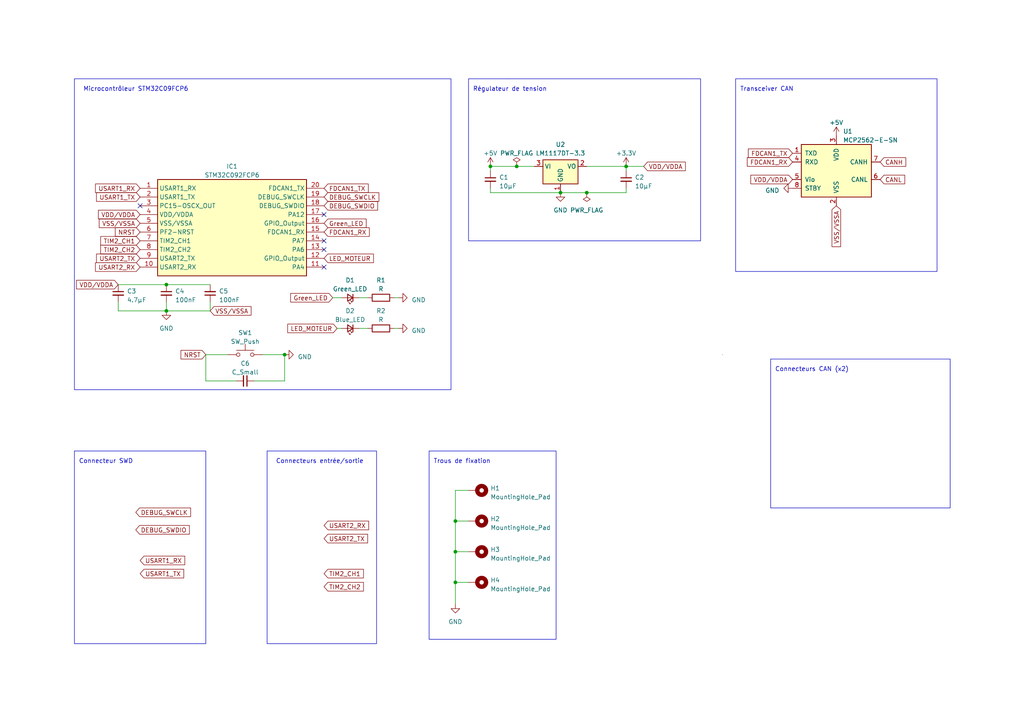
<source format=kicad_sch>
(kicad_sch (version 20230121) (generator eeschema)
  (paper "A4")
  (title_block (title "PROJET_CONCEPTION_ODOMETRE") (date "2026-02-10") (rev "1.0") (company "ENSEA"))
  (lib_symbols
    (symbol "Device:C_Small" (pin_numbers hide) (pin_names (offset 0.254) hide)
      (property "Reference" "C" (at 0.254 1.778 0))
      (property "Value" "C_Small" (at 0.254 -2.032 0))
      (symbol "C_Small_0_1"
        (polyline (pts (xy -1.524 -0.508) (xy 1.524 -0.508)) (stroke (width 0.3302)))
        (polyline (pts (xy -1.524 0.508) (xy 1.524 0.508)) (stroke (width 0.3048)))
      )
      (symbol "C_Small_1_1"
        (pin passive line (at 0 2.54 270) (length 2.032) (name "~") (number "1"))
        (pin passive line (at 0 -2.54 90) (length 2.032) (name "~") (number "2"))
      )
    )
    (symbol "Device:LED_Small" (pin_numbers hide) (pin_names (offset 0.254) hide)
      (property "Reference" "D" (at -1.27 3.175 0))
      (property "Value" "LED_Small" (at -4.445 -2.54 0))
      (symbol "LED_Small_0_1"
        (polyline (pts (xy -0.762 -1.016) (xy -0.762 1.016)) (stroke (width 0.254)))
        (polyline (pts (xy 1.016 0) (xy -0.762 0)))
        (polyline (pts (xy 0.762 -1.016) (xy -0.762 0) (xy 0.762 1.016) (xy 0.762 -1.016)) (stroke (width 0.254)))
        (polyline (pts (xy 0 0.762) (xy -0.508 1.27) (xy -0.254 1.27) (xy -0.508 1.27) (xy -0.508 1.016)))
        (polyline (pts (xy 0.508 1.27) (xy 0 1.778) (xy 0.254 1.778) (xy 0 1.778) (xy 0 1.524)))
      )
      (symbol "LED_Small_1_1"
        (pin passive line (at -2.54 0 0) (length 1.778) (name "K") (number "1"))
        (pin passive line (at 2.54 0 180) (length 1.778) (name "A") (number "2"))
      )
    )
    (symbol "Device:R" (pin_numbers hide) (pin_names (offset 0))
      (property "Reference" "R" (at 2.032 0 90))
      (property "Value" "R" (at 0 0 90))
      (symbol "R_0_1"
        (rectangle (start -1.016 -2.54) (end 1.016 2.54) (stroke (width 0.254)))
      )
      (symbol "R_1_1"
        (pin passive line (at 0 3.81 270) (length 1.27) (name "~") (number "1"))
        (pin passive line (at 0 -3.81 90) (length 1.27) (name "~") (number "2"))
      )
    )
    (symbol "Interface_CAN_LIN:MCP2562-E-SN" (pin_names (offset 1.016))
      (property "Reference" "U" (at -10.16 8.89 0))
      (property "Value" "MCP2562-E-SN" (at 2.54 8.89 0))
      (symbol "MCP2562-E-SN_0_1"
        (rectangle (start -10.16 7.62) (end 10.16 -7.62) (stroke (width 0.254)) (fill (type background)))
      )
      (symbol "MCP2562-E-SN_1_1"
        (pin input line (at -12.7 5.08 0) (length 2.54) (name "TXD") (number "1"))
        (pin power_in line (at 0 -10.16 90) (length 2.54) (name "VSS") (number "2"))
        (pin power_in line (at 0 10.16 270) (length 2.54) (name "VDD") (number "3"))
        (pin output line (at -12.7 2.54 0) (length 2.54) (name "RXD") (number "4"))
        (pin power_in line (at -12.7 -2.54 0) (length 2.54) (name "Vio") (number "5"))
        (pin bidirectional line (at 12.7 -2.54 180) (length 2.54) (name "CANL") (number "6"))
        (pin bidirectional line (at 12.7 2.54 180) (length 2.54) (name "CANH") (number "7"))
        (pin input line (at -12.7 -5.08 0) (length 2.54) (name "STBY") (number "8"))
      )
    )
    (symbol "Mechanical:MountingHole_Pad" (pin_numbers hide) (pin_names (offset 1.016) hide)
      (property "Reference" "H" (at 0 6.35 0))
      (property "Value" "MountingHole_Pad" (at 0 4.445 0))
      (symbol "MountingHole_Pad_0_1"
        (circle (center 0 1.27) (radius 1.27) (stroke (width 1.27)))
      )
      (symbol "MountingHole_Pad_1_1"
        (pin input line (at 0 -2.54 90) (length 2.54) (name "1") (number "1"))
      )
    )
    (symbol "Regulator_Linear:LM1117DT-3.3"
      (property "Reference" "U" (at -3.81 3.175 0))
      (property "Value" "LM1117DT-3.3" (at 0 3.175 0))
      (symbol "LM1117DT-3.3_0_1"
        (rectangle (start -5.08 -5.08) (end 5.08 1.905) (stroke (width 0.254)) (fill (type background)))
      )
      (symbol "LM1117DT-3.3_1_1"
        (pin power_in line (at 0 -7.62 90) (length 2.54) (name "GND") (number "1"))
        (pin power_out line (at 7.62 0 180) (length 2.54) (name "VO") (number "2"))
        (pin power_in line (at -7.62 0 0) (length 2.54) (name "VI") (number "3"))
      )
    )
    (symbol "STM32C092FCP6:STM32C092FCP6"
      (property "Reference" "IC1" (at 26.67 6.35 0))
      (property "Value" "STM32C092FCP6" (at 26.67 3.81 0))
      (symbol "STM32C092FCP6_1_1"
        (rectangle (start 5.08 2.54) (end 48.26 -25.4) (stroke (width 0.254)) (fill (type background)))
        (pin passive line (at 0 0 0) (length 5.08) (name "USART1_RX") (number "1"))
        (pin passive line (at 0 -22.86 0) (length 5.08) (name "USART2_RX") (number "10"))
        (pin passive line (at 53.34 -22.86 180) (length 5.08) (name "PA4") (number "11"))
        (pin passive line (at 53.34 -20.32 180) (length 5.08) (name "GPIO_Output") (number "12"))
        (pin passive line (at 53.34 -17.78 180) (length 5.08) (name "PA6") (number "13"))
        (pin passive line (at 53.34 -15.24 180) (length 5.08) (name "PA7") (number "14"))
        (pin passive line (at 53.34 -12.7 180) (length 5.08) (name "FDCAN1_RX") (number "15"))
        (pin passive line (at 53.34 -10.16 180) (length 5.08) (name "GPIO_Output") (number "16"))
        (pin passive line (at 53.34 -7.62 180) (length 5.08) (name "PA12") (number "17"))
        (pin passive line (at 53.34 -5.08 180) (length 5.08) (name "DEBUG_SWDIO") (number "18"))
        (pin passive line (at 53.34 -2.54 180) (length 5.08) (name "DEBUG_SWCLK") (number "19"))
        (pin passive line (at 0 -2.54 0) (length 5.08) (name "USART1_TX") (number "2"))
        (pin passive line (at 53.34 0 180) (length 5.08) (name "FDCAN1_TX") (number "20"))
        (pin passive line (at 0 -5.08 0) (length 5.08) (name "PC15-OSCX_OUT") (number "3"))
        (pin passive line (at 0 -7.62 0) (length 5.08) (name "VDD/VDDA") (number "4"))
        (pin passive line (at 0 -10.16 0) (length 5.08) (name "VSS/VSSA") (number "5"))
        (pin passive line (at 0 -12.7 0) (length 5.08) (name "PF2-NRST") (number "6"))
        (pin passive line (at 0 -15.24 0) (length 5.08) (name "TIM2_CH1") (number "7"))
        (pin passive line (at 0 -17.78 0) (length 5.08) (name "TIM2_CH2") (number "8"))
        (pin passive line (at 0 -20.32 0) (length 5.08) (name "USART2_TX") (number "9"))
      )
    )
    (symbol "Switch:SW_Push" (pin_numbers hide) (pin_names (offset 1.016) hide)
      (property "Reference" "SW" (at 1.27 2.54 0))
      (property "Value" "SW_Push" (at 0 -1.524 0))
      (symbol "SW_Push_0_1"
        (circle (center -2.032 0) (radius 0.508))
        (polyline (pts (xy 0 1.27) (xy 0 3.048)))
        (polyline (pts (xy 2.54 1.27) (xy -2.54 1.27)))
        (circle (center 2.032 0) (radius 0.508))
        (pin passive line (at -5.08 0 0) (length 2.54) (name "1") (number "1"))
        (pin passive line (at 5.08 0 180) (length 2.54) (name "2") (number "2"))
      )
    )
    (symbol "power:+3.3V" (power) (pin_names (offset 0))
      (property "Value" "+3.3V" (at 0 3.556 0))
      (symbol "+3.3V_0_1"
        (polyline (pts (xy -0.762 1.27) (xy 0 2.54)))
        (polyline (pts (xy 0 0) (xy 0 2.54)))
        (polyline (pts (xy 0 2.54) (xy 0.762 1.27)))
      )
      (symbol "+3.3V_1_1"
        (pin power_in line (at 0 0 90) (length 0) hide (name "+3.3V") (number "1"))
      )
    )
    (symbol "power:+5V" (power) (pin_names (offset 0))
      (property "Value" "+5V" (at 0 3.556 0))
      (symbol "+5V_0_1"
        (polyline (pts (xy -0.762 1.27) (xy 0 2.54)))
        (polyline (pts (xy 0 0) (xy 0 2.54)))
        (polyline (pts (xy 0 2.54) (xy 0.762 1.27)))
      )
      (symbol "+5V_1_1"
        (pin power_in line (at 0 0 90) (length 0) hide (name "+5V") (number "1"))
      )
    )
    (symbol "power:GND" (power) (pin_names (offset 0))
      (property "Value" "GND" (at 0 -3.81 0))
      (symbol "GND_0_1"
        (polyline (pts (xy 0 0) (xy 0 -1.27) (xy 1.27 -1.27) (xy 0 -2.54) (xy -1.27 -1.27) (xy 0 -1.27)))
      )
      (symbol "GND_1_1"
        (pin power_in line (at 0 0 270) (length 0) hide (name "GND") (number "1"))
      )
    )
    (symbol "power:PWR_FLAG" (power) (pin_numbers hide) (pin_names (offset 0) hide)
      (property "Value" "PWR_FLAG" (at 0 3.81 0))
      (symbol "PWR_FLAG_0_0"
        (pin power_out line (at 0 0 90) (length 0) (name "pwr") (number "1"))
      )
      (symbol "PWR_FLAG_0_1"
        (polyline (pts (xy 0 0) (xy 0 1.27) (xy -1.016 1.905) (xy 0 2.54) (xy 1.016 1.905) (xy 0 1.27)))
      )
    )
  )
  (junction (at 48.26 82.55))
  (junction (at 132.08 151.13))
  (junction (at 132.08 168.91))
  (junction (at 181.61 48.26))
  (junction (at 170.18 55.88))
  (junction (at 162.56 55.88))
  (junction (at 48.26 90.17))
  (junction (at 142.24 48.26))
  (junction (at 82.55 102.87))
  (junction (at 132.08 160.02))
  (junction (at 149.86 48.26))
  (no_connect (at 93.98 69.85))
  (no_connect (at 93.98 77.47))
  (no_connect (at 93.98 72.39))
  (no_connect (at 93.98 62.23))
  (no_connect (at 40.64 59.69))
  (wire (pts (xy 181.61 55.88) (xy 181.61 54.61)))
  (wire (pts (xy 104.14 95.25) (xy 106.68 95.25)))
  (wire (pts (xy 82.55 110.49) (xy 82.55 102.87)))
  (wire (pts (xy 132.08 151.13) (xy 132.08 160.02)))
  (wire (pts (xy 48.26 87.63) (xy 48.26 90.17)))
  (wire (pts (xy 132.08 160.02) (xy 132.08 168.91)))
  (wire (pts (xy 170.18 48.26) (xy 181.61 48.26)))
  (wire (pts (xy 132.08 142.24) (xy 132.08 151.13)))
  (wire (pts (xy 59.69 102.87) (xy 59.69 110.49)))
  (wire (pts (xy 60.96 87.63) (xy 60.96 90.17)))
  (wire (pts (xy 48.26 90.17) (xy 60.96 90.17)))
  (wire (pts (xy 135.89 142.24) (xy 132.08 142.24)))
  (wire (pts (xy 132.08 151.13) (xy 135.89 151.13)))
  (wire (pts (xy 104.14 86.36) (xy 106.68 86.36)))
  (wire (pts (xy 59.69 110.49) (xy 68.58 110.49)))
  (wire (pts (xy 186.69 48.26) (xy 181.61 48.26)))
  (wire (pts (xy 114.3 95.25) (xy 115.57 95.25)))
  (wire (pts (xy 170.18 55.88) (xy 181.61 55.88)))
  (wire (pts (xy 132.08 168.91) (xy 132.08 175.26)))
  (wire (pts (xy 34.29 87.63) (xy 34.29 90.17)))
  (wire (pts (xy 142.24 48.26) (xy 142.24 49.53)))
  (wire (pts (xy 149.86 48.26) (xy 154.94 48.26)))
  (wire (pts (xy 73.66 110.49) (xy 82.55 110.49)))
  (wire (pts (xy 48.26 82.55) (xy 60.96 82.55)))
  (wire (pts (xy 114.3 86.36) (xy 115.57 86.36)))
  (wire (pts (xy 34.29 82.55) (xy 48.26 82.55)))
  (wire (pts (xy 132.08 160.02) (xy 135.89 160.02)))
  (wire (pts (xy 34.29 90.17) (xy 48.26 90.17)))
  (wire (pts (xy 142.24 48.26) (xy 149.86 48.26)))
  (wire (pts (xy 142.24 55.88) (xy 162.56 55.88)))
  (wire (pts (xy 96.52 86.36) (xy 99.06 86.36)))
  (wire (pts (xy 162.56 55.88) (xy 170.18 55.88)))
  (wire (pts (xy 66.04 102.87) (xy 59.69 102.87)))
  (wire (pts (xy 142.24 54.61) (xy 142.24 55.88)))
  (wire (pts (xy 132.08 168.91) (xy 135.89 168.91)))
  (wire (pts (xy 82.55 102.87) (xy 76.2 102.87)))
  (wire (pts (xy 97.79 95.25) (xy 99.06 95.25)))
  (wire (pts (xy 181.61 48.26) (xy 181.61 49.53)))
  (rectangle (start 223.52 104.14) (end 275.59 147.32))
  (rectangle (start 21.59 22.86) (end 130.81 113.03))
  (rectangle (start 21.59 130.81) (end 59.69 186.69))
  (rectangle (start 147.32 22.86) (end 147.32 22.86))
  (rectangle (start 124.46 130.81) (end 161.29 185.42))
  (rectangle (start 135.89 22.86) (end 203.2 69.85))
  (rectangle (start 213.36 22.86) (end 271.78 78.74))
  (rectangle (start 209.55 102.87) (end 209.55 102.87))
  (rectangle (start 77.47 130.81) (end 109.22 186.69))
  (text "Transceiver CAN\n" (at 214.63 26.67 0) (effects (font (size 1.27 1.27)) (justify left bottom)))
  (text "Connecteurs CAN (x2)\n" (at 224.79 107.95 0) (effects (font (size 1.27 1.27)) (justify left bottom)))
  (text "Connecteur SWD " (at 22.86 134.62 0) (effects (font (size 1.27 1.27)) (justify left bottom)))
  (text "Connecteurs entrée/sortie\n" (at 80.01 134.62 0) (effects (font (size 1.27 1.27)) (justify left bottom)))
  (text "Régulateur de tension" (at 137.16 26.67 0) (effects (font (size 1.27 1.27)) (justify left bottom)))
  (text "Microcontrôleur STM32C09FCP6\n" (at 24.13 26.67 0) (effects (font (size 1.27 1.27)) (justify left bottom)))
  (text "Trous de fixation\n" (at 125.73 134.62 0) (effects (font (size 1.27 1.27)) (justify left bottom)))
  (global_label "FDCAN1_RX" (shape input) (at 229.87 46.99 180) (property "Intersheetrefs" "${INTERSHEET_REFS}" (effects hide)))
  (global_label "USART1_RX" (shape input) (at 40.64 54.61 180) (property "Intersheetrefs" "${INTERSHEET_REFS}" (effects hide)))
  (global_label "USART1_TX" (shape input) (at 40.64 166.37 0) (property "Intersheetrefs" "${INTERSHEET_REFS}" (effects hide)))
  (global_label "DEBUG_SWCLK" (shape input) (at 39.37 148.59 0) (property "Intersheetrefs" "${INTERSHEET_REFS}" (effects hide)))
  (global_label "Green_LED" (shape input) (at 96.52 86.36 180) (property "Intersheetrefs" "${INTERSHEET_REFS}" (effects hide)))
  (global_label "VSS{slash}VSSA" (shape input) (at 40.64 64.77 180) (property "Intersheetrefs" "${INTERSHEET_REFS}" (effects hide)))
  (global_label "LED_MOTEUR" (shape input) (at 97.79 95.25 180) (property "Intersheetrefs" "${INTERSHEET_REFS}" (effects hide)))
  (global_label "TIM2_CH1" (shape input) (at 40.64 69.85 180) (property "Intersheetrefs" "${INTERSHEET_REFS}" (effects hide)))
  (global_label "FDCAN1_RX" (shape input) (at 93.98 67.31 0) (property "Intersheetrefs" "${INTERSHEET_REFS}" (effects hide)))
  (global_label "CANH" (shape input) (at 255.27 46.99 0) (property "Intersheetrefs" "${INTERSHEET_REFS}" (effects hide)))
  (global_label "VSS{slash}VSSA" (shape input) (at 60.96 90.17 0) (property "Intersheetrefs" "${INTERSHEET_REFS}" (effects hide)))
  (global_label "Green_LED" (shape input) (at 93.98 64.77 0) (property "Intersheetrefs" "${INTERSHEET_REFS}" (effects hide)))
  (global_label "USART2_TX" (shape input) (at 40.64 74.93 180) (property "Intersheetrefs" "${INTERSHEET_REFS}" (effects hide)))
  (global_label "FDCAN1_TX" (shape input) (at 229.87 44.45 180) (property "Intersheetrefs" "${INTERSHEET_REFS}" (effects hide)))
  (global_label "VDD{slash}VDDA" (shape input) (at 186.69 48.26 0) (property "Intersheetrefs" "${INTERSHEET_REFS}" (effects hide)))
  (global_label "VDD{slash}VDDA" (shape input) (at 34.29 82.55 180) (property "Intersheetrefs" "${INTERSHEET_REFS}" (effects hide)))
  (global_label "USART2_RX" (shape input) (at 40.64 77.47 180) (property "Intersheetrefs" "${INTERSHEET_REFS}" (effects hide)))
  (global_label "VDD{slash}VDDA" (shape input) (at 40.64 62.23 180) (property "Intersheetrefs" "${INTERSHEET_REFS}" (effects hide)))
  (global_label "TIM2_CH2" (shape input) (at 40.64 72.39 180) (property "Intersheetrefs" "${INTERSHEET_REFS}" (effects hide)))
  (global_label "NRST" (shape input) (at 59.69 102.87 180) (property "Intersheetrefs" "${INTERSHEET_REFS}" (effects hide)))
  (global_label "USART2_RX" (shape input) (at 93.98 152.4 0) (property "Intersheetrefs" "${INTERSHEET_REFS}" (effects hide)))
  (global_label "VDD{slash}VDDA" (shape input) (at 229.87 52.07 180) (property "Intersheetrefs" "${INTERSHEET_REFS}" (effects hide)))
  (global_label "DEBUG_SWCLK" (shape input) (at 93.98 57.15 0) (property "Intersheetrefs" "${INTERSHEET_REFS}" (effects hide)))
  (global_label "CANL" (shape input) (at 255.27 52.07 0) (property "Intersheetrefs" "${INTERSHEET_REFS}" (effects hide)))
  (global_label "NRST" (shape input) (at 40.64 67.31 180) (property "Intersheetrefs" "${INTERSHEET_REFS}" (effects hide)))
  (global_label "TIM2_CH1" (shape input) (at 93.98 166.37 0) (property "Intersheetrefs" "${INTERSHEET_REFS}" (effects hide)))
  (global_label "USART2_TX" (shape input) (at 93.98 156.21 0) (property "Intersheetrefs" "${INTERSHEET_REFS}" (effects hide)))
  (global_label "LED_MOTEUR" (shape input) (at 93.98 74.93 0) (property "Intersheetrefs" "${INTERSHEET_REFS}" (effects hide)))
  (global_label "FDCAN1_TX" (shape input) (at 93.98 54.61 0) (property "Intersheetrefs" "${INTERSHEET_REFS}" (effects hide)))
  (global_label "USART1_TX" (shape input) (at 40.64 57.15 180) (property "Intersheetrefs" "${INTERSHEET_REFS}" (effects hide)))
  (global_label "DEBUG_SWDIO" (shape input) (at 93.98 59.69 0) (property "Intersheetrefs" "${INTERSHEET_REFS}" (effects hide)))
  (global_label "TIM2_CH2" (shape input) (at 93.98 170.18 0) (property "Intersheetrefs" "${INTERSHEET_REFS}" (effects hide)))
  (global_label "USART1_RX" (shape input) (at 40.64 162.56 0) (property "Intersheetrefs" "${INTERSHEET_REFS}" (effects hide)))
  (global_label "DEBUG_SWDIO" (shape input) (at 39.37 153.67 0) (property "Intersheetrefs" "${INTERSHEET_REFS}" (effects hide)))
  (global_label "VSS{slash}VSSA" (shape input) (at 242.57 59.69 270) (property "Intersheetrefs" "${INTERSHEET_REFS}" (effects hide)))
  (symbol (lib_id "Device:C_Small") (at 48.26 85.09 0) (unit 1)
    (property "Reference" "C4" (at 50.8 84.4613 0) (effects (justify left)))
    (property "Value" "100nF" (at 50.8 87.0013 0) (effects (justify left)))
    (property "Footprint" "Capacitor_SMD:C_0201_0603Metric_Pad0.64x0.40mm_HandSolder" (effects hide))
  )
  (symbol (lib_id "power:PWR_FLAG") (at 170.18 55.88 180) (unit 1)
    (property "Reference" "#FLG02" (effects hide))
    (property "Value" "PWR_FLAG" (at 170.18 60.96 0))
  )
  (symbol (lib_id "Device:C_Small") (at 181.61 52.07 0) (unit 1)
    (property "Reference" "C2" (at 184.15 51.4413 0) (effects (justify left)))
    (property "Value" "10µF" (at 184.15 53.9813 0) (effects (justify left)))
    (property "Footprint" "Capacitor_SMD:C_0201_0603Metric_Pad0.64x0.40mm_HandSolder" (effects hide))
  )
  (symbol (lib_id "Interface_CAN_LIN:MCP2562-E-SN") (at 242.57 49.53 0) (unit 1)
    (property "Reference" "U1" (at 244.5259 38.1 0) (effects (justify left)))
    (property "Value" "MCP2562-E-SN" (at 244.5259 40.64 0) (effects (justify left)))
    (property "Footprint" "Package_SO:SOIC-8_3.9x4.9mm_P1.27mm" (effects hide))
    (property "Datasheet" "http://ww1.microchip.com/downloads/en/DeviceDoc/25167A.pdf" (effects hide))
  )
  (symbol (lib_id "Device:R") (at 110.49 86.36 90) (unit 1)
    (property "Reference" "R1" (at 110.49 81.28 90))
    (property "Value" "R" (at 110.49 83.82 90))
    (property "Footprint" "Resistor_SMD:R_0805_2012Metric_Pad1.20x1.40mm_HandSolder" (effects hide))
  )
  (symbol (lib_id "Mechanical:MountingHole_Pad") (at 138.43 151.13 270) (unit 1)
    (property "Reference" "H2" (at 142.24 150.495 90) (effects (justify left)))
    (property "Value" "MountingHole_Pad" (at 142.24 153.035 90) (effects (justify left)))
    (property "Footprint" "MountingHole:MountingHole_3.2mm_M3_DIN965_Pad" (effects hide))
  )
  (symbol (lib_id "power:+3.3V") (at 181.61 48.26 0) (unit 1)
    (property "Reference" "#PWR03" (effects hide))
    (property "Value" "+3.3V" (at 181.61 44.45 0))
  )
  (symbol (lib_id "Device:C_Small") (at 71.12 110.49 270) (unit 1)
    (property "Reference" "C6" (at 71.1136 105.41 90))
    (property "Value" "C_Small" (at 71.1136 107.95 90))
    (property "Footprint" "Capacitor_SMD:C_0201_0603Metric_Pad0.64x0.40mm_HandSolder" (effects hide))
  )
  (symbol (lib_id "power:+5V") (at 242.57 39.37 0) (unit 1)
    (property "Reference" "#PWR09" (effects hide))
    (property "Value" "+5V" (at 242.57 35.56 0))
  )
  (symbol (lib_id "Regulator_Linear:LM1117DT-3.3") (at 162.56 48.26 0) (unit 1)
    (property "Reference" "U2" (at 162.56 41.91 0))
    (property "Value" "LM1117DT-3.3" (at 162.56 44.45 0))
    (property "Footprint" "Package_TO_SOT_SMD:TO-252-3_TabPin2" (effects hide))
    (property "Datasheet" "http://www.ti.com/lit/ds/symlink/lm1117.pdf" (effects hide))
  )
  (symbol (lib_id "power:GND") (at 48.26 90.17 0) (unit 1)
    (property "Reference" "#PWR06" (effects hide))
    (property "Value" "GND" (at 48.26 95.25 0))
  )
  (symbol (lib_id "power:+5V") (at 142.24 48.26 0) (unit 1)
    (property "Reference" "#PWR05" (effects hide))
    (property "Value" "+5V" (at 142.24 44.45 0))
  )
  (symbol (lib_id "Device:C_Small") (at 34.29 85.09 0) (unit 1)
    (property "Reference" "C3" (at 36.83 84.4613 0) (effects (justify left)))
    (property "Value" "4.7µF" (at 36.83 87.0013 0) (effects (justify left)))
    (property "Footprint" "Capacitor_SMD:C_0201_0603Metric_Pad0.64x0.40mm_HandSolder" (effects hide))
  )
  (symbol (lib_id "power:GND") (at 115.57 95.25 90) (unit 1)
    (property "Reference" "#PWR08" (effects hide))
    (property "Value" "GND" (at 119.38 95.885 90) (effects (justify right)))
  )
  (symbol (lib_id "power:GND") (at 132.08 175.26 0) (unit 1)
    (property "Reference" "#PWR01" (effects hide))
    (property "Value" "GND" (at 132.08 180.34 0))
  )
  (symbol (lib_id "power:GND") (at 115.57 86.36 90) (unit 1)
    (property "Reference" "#PWR02" (effects hide))
    (property "Value" "GND" (at 119.38 86.995 90) (effects (justify right)))
  )
  (symbol (lib_id "Mechanical:MountingHole_Pad") (at 138.43 160.02 270) (unit 1)
    (property "Reference" "H3" (at 142.24 159.385 90) (effects (justify left)))
    (property "Value" "MountingHole_Pad" (at 142.24 161.925 90) (effects (justify left)))
    (property "Footprint" "MountingHole:MountingHole_3.2mm_M3_DIN965_Pad" (effects hide))
  )
  (symbol (lib_id "power:GND") (at 82.55 102.87 90) (unit 1)
    (property "Reference" "#PWR07" (effects hide))
    (property "Value" "GND" (at 86.36 103.505 90) (effects (justify right)))
  )
  (symbol (lib_id "Mechanical:MountingHole_Pad") (at 138.43 142.24 270) (unit 1)
    (property "Reference" "H1" (at 142.24 141.605 90) (effects (justify left)))
    (property "Value" "MountingHole_Pad" (at 142.24 144.145 90) (effects (justify left)))
    (property "Footprint" "MountingHole:MountingHole_3.2mm_M3_DIN965_Pad" (effects hide))
  )
  (symbol (lib_id "Device:C_Small") (at 60.96 85.09 180) (unit 1)
    (property "Reference" "C5" (at 63.5 84.4486 0) (effects (justify right)))
    (property "Value" "100nF" (at 63.5 86.9886 0) (effects (justify right)))
    (property "Footprint" "Capacitor_SMD:C_0201_0603Metric_Pad0.64x0.40mm_HandSolder" (effects hide))
  )
  (symbol (lib_id "STM32C092FCP6:STM32C092FCP6") (at 40.64 54.61 0) (unit 1)
    (property "Reference" "IC1" (at 67.31 48.26 0))
    (property "Value" "STM32C092FCP6" (at 67.31 50.8 0))
    (property "Footprint" "Package_SO:TSSOP-20_4.4x6.5mm_P0.65mm" (effects hide))
    (property "Datasheet" "https://www.st.com/resource/en/datasheet/stm32c091cb.pdf" (effects hide))
    (property "Height" "1.2" (effects hide))
    (property "Manufacturer_Name" "STMicroelectronics" (effects hide))
    (property "Manufacturer_Part_Number" "STM32C092FCP6" (effects hide))
  )
  (symbol (lib_id "Device:LED_Small") (at 101.6 86.36 180) (unit 1)
    (property "Reference" "D1" (at 101.5365 81.28 0))
    (property "Value" "Green_LED" (at 101.5365 83.82 0))
    (property "Footprint" "Diode_SMD:D_0805_2012Metric_Pad1.15x1.40mm_HandSolder" (effects hide))
  )
  (symbol (lib_id "power:GND") (at 162.56 55.88 0) (unit 1)
    (property "Reference" "#PWR04" (effects hide))
    (property "Value" "GND" (at 162.56 60.96 0))
  )
  (symbol (lib_id "Switch:SW_Push") (at 71.12 102.87 0) (unit 1)
    (property "Reference" "SW1" (at 71.12 96.52 0))
    (property "Value" "SW_Push" (at 71.12 99.06 0))
    (property "Footprint" "Button_Switch_THT:SW_PUSH_6mm" (effects hide))
  )
  (symbol (lib_id "Device:LED_Small") (at 101.6 95.25 180) (unit 1)
    (property "Reference" "D2" (at 101.5365 90.17 0))
    (property "Value" "Blue_LED" (at 101.5365 92.71 0))
    (property "Footprint" "Diode_SMD:D_0805_2012Metric_Pad1.15x1.40mm_HandSolder" (effects hide))
  )
  (symbol (lib_id "Device:R") (at 110.49 95.25 90) (unit 1)
    (property "Reference" "R2" (at 110.49 90.17 90))
    (property "Value" "R" (at 110.49 92.71 90))
    (property "Footprint" "Resistor_SMD:R_0805_2012Metric_Pad1.20x1.40mm_HandSolder" (effects hide))
  )
  (symbol (lib_id "power:PWR_FLAG") (at 149.86 48.26 0) (unit 1)
    (property "Reference" "#FLG01" (effects hide))
    (property "Value" "PWR_FLAG" (at 149.86 44.45 0))
  )
  (symbol (lib_id "Mechanical:MountingHole_Pad") (at 138.43 168.91 270) (unit 1)
    (property "Reference" "H4" (at 142.24 168.275 90) (effects (justify left)))
    (property "Value" "MountingHole_Pad" (at 142.24 170.815 90) (effects (justify left)))
    (property "Footprint" "MountingHole:MountingHole_3.2mm_M3_DIN965_Pad" (effects hide))
  )
  (symbol (lib_id "power:GND") (at 229.87 54.61 270) (unit 1)
    (property "Reference" "#PWR010" (effects hide))
    (property "Value" "GND" (at 226.06 55.245 90) (effects (justify right)))
  )
  (symbol (lib_id "Device:C_Small") (at 142.24 52.07 0) (unit 1)
    (property "Reference" "C1" (at 144.78 51.4413 0) (effects (justify left)))
    (property "Value" "10µF" (at 144.78 53.9813 0) (effects (justify left)))
    (property "Footprint" "Capacitor_SMD:C_0201_0603Metric_Pad0.64x0.40mm_HandSolder" (effects hide))
  )
)
</source>
